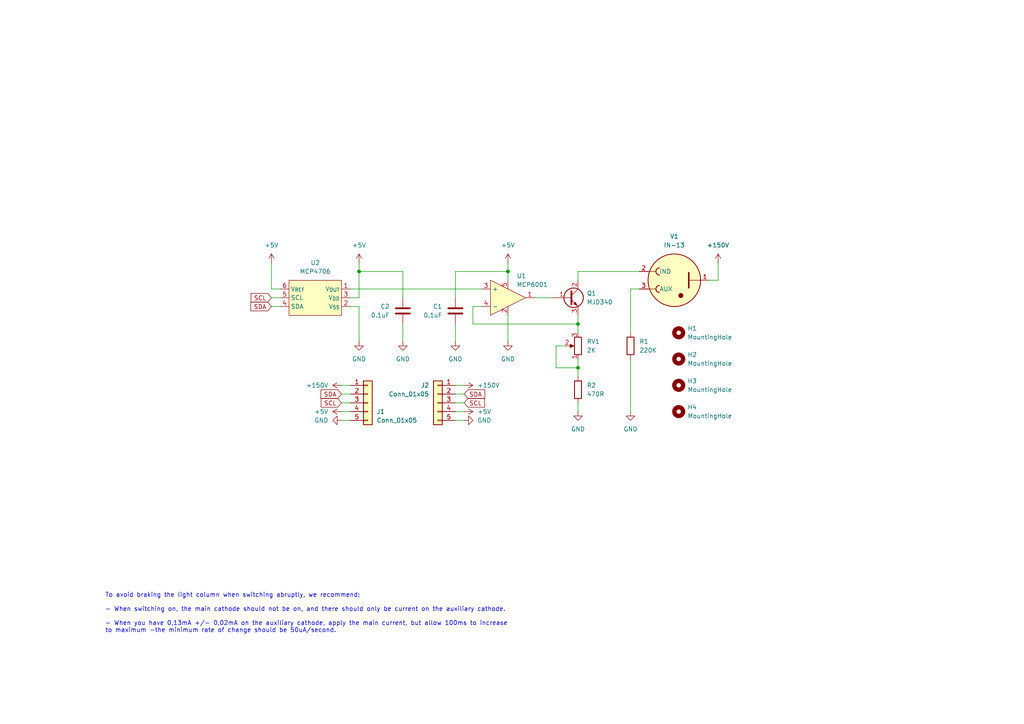
<source format=kicad_sch>
(kicad_sch (version 20231120) (generator "eeschema") (generator_version "8.0")
  (paper "A4")
  (title_block (title "Bargraph Driver") (date "2024-08-12") (rev "1.0.0") (comment 3 "By Zachary Laurin") (comment 4 "For IN-13 and IN-9 Neon Tubes"))
  (lib_symbols
    (symbol "Bargraph:+150V" (power) (in_bom no) (on_board no)
      (property "Value" "+150V" (at 0 3.556 0))
      (symbol "+150V_0_1"
        (polyline (pts (xy -0.762 1.27) (xy 0 2.54)))
        (polyline (pts (xy 0 2.54) (xy 0 0)))
        (polyline (pts (xy 0 2.54) (xy 0.762 1.27)))
      )
      (symbol "+150V_1_1"
        (pin power_in line (at 0 0 90) (length 0) (name "~") (number "1"))
      )
    )
    (symbol "Bargraph:IN-13" (pin_names hide)
      (property "Reference" "V" (at 0 12.7 0))
      (property "Value" "IN-13" (at 0 10.16 0))
      (symbol "IN-13_1_1"
        (arc (start -4.318 -1.524) (mid -5.334 -2.54) (end -4.318 -3.556) (stroke (width 0.254)))
        (arc (start -4.318 3.556) (mid -5.334 2.54) (end -4.318 1.524) (stroke (width 0.254)))
        (polyline (pts (xy -7.62 -2.54) (xy -7.62 -2.54)))
        (polyline (pts (xy -7.62 2.54) (xy -7.62 2.54)))
        (polyline (pts (xy -7.62 2.54) (xy -7.62 2.54)))
        (polyline (pts (xy -5.334 -2.54) (xy -7.62 -2.54)))
        (polyline (pts (xy -5.334 2.54) (xy -7.62 2.54)))
        (polyline (pts (xy -3.175 2.54) (xy -3.175 2.54)))
        (polyline (pts (xy 4.318 0) (xy 7.62 0)))
        (circle (center 0 0) (radius 7.62) (stroke (width 0.254)) (fill (type background)))
        (circle (center 1.905 -4.445) (radius 0.635) (fill (type outline)))
        (rectangle (start 4.318 2.286) (end 4.064 -2.286) (fill (type outline)))
        (text "AUX" (at -4.318 -2.54 0) (effects (font (size 1.27 1.27)) (justify left)))
        (text "IND" (at -4.318 2.54 0) (effects (font (size 1.27 1.27)) (justify left)))
        (pin bidirectional line (at 10.16 0 180) (length 2.54) (name "A") (number "1"))
        (pin bidirectional line (at -10.16 2.54 0) (length 2.54) (name "IND_Cathode") (number "2"))
        (pin bidirectional line (at -10.16 -2.54 0) (length 2.54) (name "AUX_Cathode") (number "3"))
      )
    )
    (symbol "Bargraph:MCP4706"
      (property "Reference" "U" (at 0 10.16 0))
      (property "Value" "MCP4706" (at 0 7.62 0))
      (symbol "MCP4706_1_1"
        (rectangle (start -7.62 5.08) (end 7.62 -5.08) (fill (type background)))
        (pin bidirectional line (at 10.16 2.54 180) (length 2.54) (name "V_{OUT}") (number "1"))
        (pin power_in line (at 10.16 -2.54 180) (length 2.54) (name "V_{SS}") (number "2"))
        (pin power_in line (at 10.16 0 180) (length 2.54) (name "V_{DD}") (number "3"))
        (pin bidirectional line (at -10.16 -2.54 0) (length 2.54) (name "SDA") (number "4"))
        (pin bidirectional line (at -10.16 0 0) (length 2.54) (name "SCL") (number "5"))
        (pin bidirectional line (at -10.16 2.54 0) (length 2.54) (name "V_{REF}") (number "6"))
      )
    )
    (symbol "Bargraph:MCP6001"
      (property "Reference" "U" (at 2.54 6.35 0))
      (property "Value" "MCP6001" (at 2.54 3.81 0))
      (symbol "MCP6001_1_1"
        (polyline (pts (xy 5.08 0) (xy -5.08 5.08) (xy -5.08 -5.08) (xy 5.08 0)) (fill (type background)))
        (pin bidirectional line (at 7.62 0 180) (length 2.54) (name "OUT") (number "1"))
        (pin power_in line (at 0 -5.08 90) (length 2.54) (name "GND") (number "2"))
        (pin bidirectional line (at -7.62 2.54 0) (length 2.54) (name "+") (number "3"))
        (pin bidirectional line (at -7.62 -2.54 0) (length 2.54) (name "-") (number "4"))
        (pin power_in line (at 0 5.08 270) (length 2.54) (name "V_{DD}") (number "5"))
      )
    )
    (symbol "Connector_Generic:Conn_01x05" (pin_names (offset 1.016) hide)
      (property "Reference" "J" (at 0 7.62 0))
      (property "Value" "Conn_01x05" (at 0 -7.62 0))
      (symbol "Conn_01x05_1_1"
        (rectangle (start -1.27 -4.953) (end 0 -5.207) (stroke (width 0.1524)))
        (rectangle (start -1.27 -2.413) (end 0 -2.667) (stroke (width 0.1524)))
        (rectangle (start -1.27 0.127) (end 0 -0.127) (stroke (width 0.1524)))
        (rectangle (start -1.27 2.667) (end 0 2.413) (stroke (width 0.1524)))
        (rectangle (start -1.27 5.207) (end 0 4.953) (stroke (width 0.1524)))
        (rectangle (start -1.27 6.35) (end 1.27 -6.35) (stroke (width 0.254)) (fill (type background)))
        (pin passive line (at -5.08 5.08 0) (length 3.81) (name "Pin_1") (number "1"))
        (pin passive line (at -5.08 2.54 0) (length 3.81) (name "Pin_2") (number "2"))
        (pin passive line (at -5.08 0 0) (length 3.81) (name "Pin_3") (number "3"))
        (pin passive line (at -5.08 -2.54 0) (length 3.81) (name "Pin_4") (number "4"))
        (pin passive line (at -5.08 -5.08 0) (length 3.81) (name "Pin_5") (number "5"))
      )
    )
    (symbol "Device:C" (pin_numbers hide) (pin_names (offset 0.254))
      (property "Reference" "C" (at 0.635 2.54 0))
      (property "Value" "C" (at 0.635 -2.54 0))
      (symbol "C_0_1"
        (polyline (pts (xy -2.032 -0.762) (xy 2.032 -0.762)) (stroke (width 0.508)))
        (polyline (pts (xy -2.032 0.762) (xy 2.032 0.762)) (stroke (width 0.508)))
      )
      (symbol "C_1_1"
        (pin passive line (at 0 3.81 270) (length 2.794) (name "~") (number "1"))
        (pin passive line (at 0 -3.81 90) (length 2.794) (name "~") (number "2"))
      )
    )
    (symbol "Device:Q_NPN_BCE" (pin_names (offset 0) hide)
      (property "Reference" "Q" (at 5.08 1.27 0))
      (property "Value" "Q_NPN_BCE" (at 5.08 -1.27 0))
      (symbol "Q_NPN_BCE_0_1"
        (polyline (pts (xy 0.635 0.635) (xy 2.54 2.54)))
        (polyline (pts (xy 0.635 -0.635) (xy 2.54 -2.54) (xy 2.54 -2.54)))
        (polyline (pts (xy 0.635 1.905) (xy 0.635 -1.905) (xy 0.635 -1.905)) (stroke (width 0.508)))
        (polyline (pts (xy 1.27 -1.778) (xy 1.778 -1.27) (xy 2.286 -2.286) (xy 1.27 -1.778) (xy 1.27 -1.778)) (fill (type outline)))
        (circle (center 1.27 0) (radius 2.8194) (stroke (width 0.254)))
      )
      (symbol "Q_NPN_BCE_1_1"
        (pin input line (at -5.08 0 0) (length 5.715) (name "B") (number "1"))
        (pin passive line (at 2.54 5.08 270) (length 2.54) (name "C") (number "2"))
        (pin passive line (at 2.54 -5.08 90) (length 2.54) (name "E") (number "3"))
      )
    )
    (symbol "Device:R" (pin_numbers hide) (pin_names (offset 0))
      (property "Reference" "R" (at 2.032 0 90))
      (property "Value" "R" (at 0 0 90))
      (symbol "R_0_1"
        (rectangle (start -1.016 -2.54) (end 1.016 2.54) (stroke (width 0.254)))
      )
      (symbol "R_1_1"
        (pin passive line (at 0 3.81 270) (length 1.27) (name "~") (number "1"))
        (pin passive line (at 0 -3.81 90) (length 1.27) (name "~") (number "2"))
      )
    )
    (symbol "Device:R_Potentiometer" (pin_names (offset 1.016) hide)
      (property "Reference" "RV" (at -4.445 0 90))
      (property "Value" "R_Potentiometer" (at -2.54 0 90))
      (symbol "R_Potentiometer_0_1"
        (polyline (pts (xy 2.54 0) (xy 1.524 0)))
        (polyline (pts (xy 1.143 0) (xy 2.286 0.508) (xy 2.286 -0.508) (xy 1.143 0)) (fill (type outline)))
        (rectangle (start 1.016 2.54) (end -1.016 -2.54) (stroke (width 0.254)))
      )
      (symbol "R_Potentiometer_1_1"
        (pin passive line (at 0 3.81 270) (length 1.27) (name "1") (number "1"))
        (pin passive line (at 3.81 0 180) (length 1.27) (name "2") (number "2"))
        (pin passive line (at 0 -3.81 90) (length 1.27) (name "3") (number "3"))
      )
    )
    (symbol "Mechanical:MountingHole" (pin_names (offset 1.016)) (exclude_from_sim yes) (in_bom no)
      (property "Reference" "H" (at 0 5.08 0))
      (property "Value" "MountingHole" (at 0 3.175 0))
      (symbol "MountingHole_0_1"
        (circle (center 0 0) (radius 1.27) (stroke (width 1.27)))
      )
    )
    (symbol "power:+5V" (power) (pin_numbers hide) (pin_names (offset 0) hide)
      (property "Value" "+5V" (at 0 3.556 0))
      (symbol "+5V_0_1"
        (polyline (pts (xy -0.762 1.27) (xy 0 2.54)))
        (polyline (pts (xy 0 0) (xy 0 2.54)))
        (polyline (pts (xy 0 2.54) (xy 0.762 1.27)))
      )
      (symbol "+5V_1_1"
        (pin power_in line (at 0 0 90) (length 0) (name "~") (number "1"))
      )
    )
    (symbol "power:GND" (power) (pin_numbers hide) (pin_names (offset 0) hide)
      (property "Value" "GND" (at 0 -3.81 0))
      (symbol "GND_0_1"
        (polyline (pts (xy 0 0) (xy 0 -1.27) (xy 1.27 -1.27) (xy 0 -2.54) (xy -1.27 -1.27) (xy 0 -1.27)))
      )
      (symbol "GND_1_1"
        (pin power_in line (at 0 0 270) (length 0) (name "~") (number "1"))
      )
    )
  )
  (junction (at 167.64 106.68))
  (junction (at 167.64 93.98))
  (junction (at 147.32 78.74))
  (junction (at 104.14 78.74))
  (wire (pts (xy 167.64 93.98) (xy 167.64 96.52)))
  (wire (pts (xy 78.74 83.82) (xy 78.74 76.2)))
  (wire (pts (xy 161.29 100.33) (xy 161.29 106.68)))
  (wire (pts (xy 161.29 106.68) (xy 167.64 106.68)))
  (wire (pts (xy 132.08 121.92) (xy 134.62 121.92)))
  (wire (pts (xy 137.16 93.98) (xy 167.64 93.98)))
  (wire (pts (xy 104.14 78.74) (xy 116.84 78.74)))
  (wire (pts (xy 167.64 104.14) (xy 167.64 106.68)))
  (wire (pts (xy 132.08 114.3) (xy 134.62 114.3)))
  (wire (pts (xy 132.08 78.74) (xy 132.08 86.36)))
  (wire (pts (xy 101.6 83.82) (xy 139.7 83.82)))
  (wire (pts (xy 104.14 76.2) (xy 104.14 78.74)))
  (wire (pts (xy 167.64 91.44) (xy 167.64 93.98)))
  (wire (pts (xy 205.74 81.28) (xy 208.28 81.28)))
  (wire (pts (xy 147.32 91.44) (xy 147.32 99.06)))
  (wire (pts (xy 132.08 93.98) (xy 132.08 99.06)))
  (wire (pts (xy 132.08 111.76) (xy 134.62 111.76)))
  (wire (pts (xy 185.42 83.82) (xy 182.88 83.82)))
  (wire (pts (xy 182.88 83.82) (xy 182.88 96.52)))
  (wire (pts (xy 99.06 111.76) (xy 101.6 111.76)))
  (wire (pts (xy 81.28 83.82) (xy 78.74 83.82)))
  (wire (pts (xy 99.06 114.3) (xy 101.6 114.3)))
  (wire (pts (xy 132.08 78.74) (xy 147.32 78.74)))
  (wire (pts (xy 78.74 86.36) (xy 81.28 86.36)))
  (wire (pts (xy 182.88 104.14) (xy 182.88 119.38)))
  (wire (pts (xy 132.08 119.38) (xy 134.62 119.38)))
  (wire (pts (xy 132.08 116.84) (xy 134.62 116.84)))
  (wire (pts (xy 167.64 78.74) (xy 185.42 78.74)))
  (wire (pts (xy 208.28 76.2) (xy 208.28 81.28)))
  (wire (pts (xy 167.64 106.68) (xy 167.64 109.22)))
  (wire (pts (xy 167.64 116.84) (xy 167.64 119.38)))
  (wire (pts (xy 116.84 93.98) (xy 116.84 99.06)))
  (wire (pts (xy 116.84 78.74) (xy 116.84 86.36)))
  (wire (pts (xy 137.16 88.9) (xy 139.7 88.9)))
  (wire (pts (xy 78.74 88.9) (xy 81.28 88.9)))
  (wire (pts (xy 104.14 88.9) (xy 104.14 99.06)))
  (wire (pts (xy 167.64 78.74) (xy 167.64 81.28)))
  (wire (pts (xy 154.94 86.36) (xy 160.02 86.36)))
  (wire (pts (xy 101.6 86.36) (xy 104.14 86.36)))
  (wire (pts (xy 163.83 100.33) (xy 161.29 100.33)))
  (wire (pts (xy 147.32 78.74) (xy 147.32 81.28)))
  (wire (pts (xy 99.06 119.38) (xy 101.6 119.38)))
  (wire (pts (xy 137.16 88.9) (xy 137.16 93.98)))
  (wire (pts (xy 147.32 76.2) (xy 147.32 78.74)))
  (wire (pts (xy 104.14 78.74) (xy 104.14 86.36)))
  (wire (pts (xy 99.06 121.92) (xy 101.6 121.92)))
  (wire (pts (xy 101.6 88.9) (xy 104.14 88.9)))
  (wire (pts (xy 99.06 116.84) (xy 101.6 116.84)))
  (text "To avoid braking the light column when switching abruptly, we recommend:\n\n- When switching on, the main cathode should not be on, and there should only be current on the auxiliary cathode.\n\n- When you have 0,13mA +/- 0,02mA on the auxiliary cathode, apply the main current, but allow 100ms to increase\nto maximum -the minimum rate of change should be 50uA/second." (at 30.48 177.8 0) (effects (font (size 1.27 1.27)) (justify left)))
  (global_label "SCL" (shape input) (at 99.06 116.84 180) (property "Intersheetrefs" "${INTERSHEET_REFS}" (effects (hide yes))))
  (global_label "SCL" (shape input) (at 78.74 86.36 180) (property "Intersheetrefs" "${INTERSHEET_REFS}" (effects (hide yes))))
  (global_label "SCL" (shape input) (at 134.62 116.84 0) (property "Intersheetrefs" "${INTERSHEET_REFS}" (effects (hide yes))))
  (global_label "SDA" (shape input) (at 78.74 88.9 180) (property "Intersheetrefs" "${INTERSHEET_REFS}" (effects (hide yes))))
  (global_label "SDA" (shape input) (at 99.06 114.3 180) (property "Intersheetrefs" "${INTERSHEET_REFS}" (effects (hide yes))))
  (global_label "SDA" (shape input) (at 134.62 114.3 0) (property "Intersheetrefs" "${INTERSHEET_REFS}" (effects (hide yes))))
  (symbol (lib_id "power:GND") (at 132.08 99.06 0) (unit 1)
    (property "Reference" "#PWR04" (effects (hide yes)))
    (property "Value" "GND" (at 132.08 104.14 0))
    (property "Description" "Power symbol creates a global label with name \"GND\" , ground" (effects (hide yes)))
  )
  (symbol (lib_id "power:+5V") (at 78.74 76.2 0) (unit 1)
    (property "Reference" "#PWR015" (effects (hide yes)))
    (property "Value" "+5V" (at 78.74 71.12 0))
    (property "Description" "Power symbol creates a global label with name \"+5V\"" (effects (hide yes)))
  )
  (symbol (lib_id "power:GND") (at 116.84 99.06 0) (unit 1)
    (property "Reference" "#PWR016" (effects (hide yes)))
    (property "Value" "GND" (at 116.84 104.14 0))
    (property "Description" "Power symbol creates a global label with name \"GND\" , ground" (effects (hide yes)))
  )
  (symbol (lib_id "Connector_Generic:Conn_01x05") (at 127 116.84 0) (mirror y) (unit 1)
    (property "Reference" "J2" (at 124.46 111.76 0) (effects (justify left)))
    (property "Value" "Conn_01x05" (at 124.46 114.3 0) (effects (justify left)))
    (property "Footprint" "Bargraph:Connector" (effects (hide yes)))
    (property "Description" "Generic connector, single row, 01x05, script generated (kicad-library-utils/schlib/autogen/connector/)" (effects (hide yes)))
  )
  (symbol (lib_id "power:+5V") (at 134.62 119.38 270) (mirror x) (unit 1)
    (property "Reference" "#PWR011" (effects (hide yes)))
    (property "Value" "+5V" (at 138.43 119.3801 90) (effects (justify left)))
    (property "Description" "Power symbol creates a global label with name \"+5V\"" (effects (hide yes)))
  )
  (symbol (lib_id "Device:R") (at 167.64 113.03 0) (unit 1)
    (property "Reference" "R2" (at 170.18 111.7599 0) (effects (justify left)))
    (property "Value" "470R" (at 170.18 114.2999 0) (effects (justify left)))
    (property "Footprint" "Resistor_SMD:R_1206_3216Metric" (effects (hide yes)))
    (property "Description" "Resistor" (effects (hide yes)))
  )
  (symbol (lib_id "power:+5V") (at 104.14 76.2 0) (unit 1)
    (property "Reference" "#PWR013" (effects (hide yes)))
    (property "Value" "+5V" (at 104.14 71.12 0))
    (property "Description" "Power symbol creates a global label with name \"+5V\"" (effects (hide yes)))
  )
  (symbol (lib_id "power:+5V") (at 147.32 76.2 0) (unit 1)
    (property "Reference" "#PWR02" (effects (hide yes)))
    (property "Value" "+5V" (at 147.32 71.12 0))
    (property "Description" "Power symbol creates a global label with name \"+5V\"" (effects (hide yes)))
  )
  (symbol (lib_id "Device:Q_NPN_BCE") (at 165.1 86.36 0) (unit 1)
    (property "Reference" "Q1" (at 170.18 85.0899 0) (effects (justify left)))
    (property "Value" "MJD340" (at 170.18 87.6299 0) (effects (justify left)))
    (property "Footprint" "Package_TO_SOT_SMD:TO-252-2" (effects (hide yes)))
    (property "Description" "NPN transistor, base/collector/emitter" (effects (hide yes)))
  )
  (symbol (lib_id "Connector_Generic:Conn_01x05") (at 106.68 116.84 0) (unit 1)
    (property "Reference" "J1" (at 109.22 119.38 0) (effects (justify left)))
    (property "Value" "Conn_01x05" (at 109.22 121.92 0) (effects (justify left)))
    (property "Footprint" "Bargraph:Connector" (effects (hide yes)))
    (property "Description" "Generic connector, single row, 01x05, script generated (kicad-library-utils/schlib/autogen/connector/)" (effects (hide yes)))
  )
  (symbol (lib_id "Device:R") (at 182.88 100.33 0) (unit 1)
    (property "Reference" "R1" (at 185.42 99.0599 0) (effects (justify left)))
    (property "Value" "220K" (at 185.42 101.5999 0) (effects (justify left)))
    (property "Footprint" "Resistor_SMD:R_1206_3216Metric" (effects (hide yes)))
    (property "Description" "Resistor" (effects (hide yes)))
  )
  (symbol (lib_id "Bargraph:+150V") (at 134.62 111.76 270) (unit 1) (in_bom no) (on_board no)
    (property "Reference" "#PWR07" (effects (hide yes)))
    (property "Value" "+150V" (at 138.43 111.7599 90) (effects (justify left)))
    (property "Description" "Power symbol creates a global label with name \"+150V\"" (effects (hide yes)))
  )
  (symbol (lib_id "Mechanical:MountingHole") (at 196.85 104.14 0) (unit 1) (exclude_from_sim yes) (in_bom no)
    (property "Reference" "H2" (at 199.39 102.8699 0) (effects (justify left)))
    (property "Value" "MountingHole" (at 199.39 105.4099 0) (effects (justify left)))
    (property "Footprint" "Bargraph:MountingHoleM2" (effects (hide yes)))
    (property "Description" "Mounting Hole without connection" (effects (hide yes)))
  )
  (symbol (lib_id "power:GND") (at 134.62 121.92 90) (mirror x) (unit 1)
    (property "Reference" "#PWR012" (effects (hide yes)))
    (property "Value" "GND" (at 138.43 121.9199 90) (effects (justify right)))
    (property "Description" "Power symbol creates a global label with name \"GND\" , ground" (effects (hide yes)))
  )
  (symbol (lib_id "Device:C") (at 116.84 90.17 0) (unit 1)
    (property "Reference" "C2" (at 113.03 88.9 0) (effects (justify right)))
    (property "Value" "0.1uF" (at 113.03 91.44 0) (effects (justify right)))
    (property "Footprint" "Capacitor_SMD:C_0603_1608Metric" (effects (hide yes)))
    (property "Description" "Unpolarized capacitor" (effects (hide yes)))
  )
  (symbol (lib_id "power:GND") (at 104.14 99.06 0) (unit 1)
    (property "Reference" "#PWR014" (effects (hide yes)))
    (property "Value" "GND" (at 104.14 104.14 0))
    (property "Description" "Power symbol creates a global label with name \"GND\" , ground" (effects (hide yes)))
  )
  (symbol (lib_id "power:GND") (at 147.32 99.06 0) (unit 1)
    (property "Reference" "#PWR010" (effects (hide yes)))
    (property "Value" "GND" (at 147.32 104.14 0))
    (property "Description" "Power symbol creates a global label with name \"GND\" , ground" (effects (hide yes)))
  )
  (symbol (lib_id "power:+5V") (at 99.06 119.38 90) (unit 1)
    (property "Reference" "#PWR08" (effects (hide yes)))
    (property "Value" "+5V" (at 95.25 119.3799 90) (effects (justify left)))
    (property "Description" "Power symbol creates a global label with name \"+5V\"" (effects (hide yes)))
  )
  (symbol (lib_id "power:GND") (at 99.06 121.92 270) (unit 1)
    (property "Reference" "#PWR06" (effects (hide yes)))
    (property "Value" "GND" (at 95.25 121.9199 90) (effects (justify right)))
    (property "Description" "Power symbol creates a global label with name \"GND\" , ground" (effects (hide yes)))
  )
  (symbol (lib_id "Mechanical:MountingHole") (at 196.85 111.76 0) (unit 1) (exclude_from_sim yes) (in_bom no)
    (property "Reference" "H3" (at 199.39 110.4899 0) (effects (justify left)))
    (property "Value" "MountingHole" (at 199.39 113.0299 0) (effects (justify left)))
    (property "Footprint" "Bargraph:MountingHoleM2" (effects (hide yes)))
    (property "Description" "Mounting Hole without connection" (effects (hide yes)))
  )
  (symbol (lib_id "Bargraph:+150V") (at 208.28 76.2 0) (unit 1) (in_bom no) (on_board no)
    (property "Reference" "#PWR01" (effects (hide yes)))
    (property "Value" "+150V" (at 208.28 71.12 0))
    (property "Description" "Power symbol creates a global label with name \"+150V\"" (effects (hide yes)))
  )
  (symbol (lib_id "Bargraph:+150V") (at 99.06 111.76 90) (unit 1) (in_bom no) (on_board no)
    (property "Reference" "#PWR05" (effects (hide yes)))
    (property "Value" "+150V" (at 95.25 111.7599 90) (effects (justify left)))
    (property "Description" "Power symbol creates a global label with name \"+150V\"" (effects (hide yes)))
  )
  (symbol (lib_id "power:GND") (at 182.88 119.38 0) (unit 1)
    (property "Reference" "#PWR03" (effects (hide yes)))
    (property "Value" "GND" (at 182.88 124.46 0))
    (property "Description" "Power symbol creates a global label with name \"GND\" , ground" (effects (hide yes)))
  )
  (symbol (lib_id "Bargraph:MCP6001") (at 147.32 86.36 0) (unit 1)
    (property "Reference" "U1" (at 149.86 80.01 0) (effects (justify left)))
    (property "Value" "MCP6001" (at 149.86 82.55 0) (effects (justify left)))
    (property "Footprint" "Package_TO_SOT_SMD:SOT-23-5" (effects (hide yes)))
  )
  (symbol (lib_id "Mechanical:MountingHole") (at 196.85 119.38 0) (unit 1) (exclude_from_sim yes) (in_bom no)
    (property "Reference" "H4" (at 199.39 118.1099 0) (effects (justify left)))
    (property "Value" "MountingHole" (at 199.39 120.6499 0) (effects (justify left)))
    (property "Footprint" "Bargraph:MountingHoleM2" (effects (hide yes)))
    (property "Description" "Mounting Hole without connection" (effects (hide yes)))
  )
  (symbol (lib_id "Bargraph:IN-13") (at 195.58 81.28 0) (unit 1)
    (property "Reference" "V1" (at 195.58 68.58 0))
    (property "Value" "IN-13" (at 195.58 71.12 0))
    (property "Footprint" "Bargraph:IN-13" (effects (hide yes)))
  )
  (symbol (lib_id "Device:C") (at 132.08 90.17 0) (unit 1)
    (property "Reference" "C1" (at 128.27 88.9 0) (effects (justify right)))
    (property "Value" "0.1uF" (at 128.27 91.44 0) (effects (justify right)))
    (property "Footprint" "Capacitor_SMD:C_0603_1608Metric" (effects (hide yes)))
    (property "Description" "Unpolarized capacitor" (effects (hide yes)))
  )
  (symbol (lib_id "power:GND") (at 167.64 119.38 0) (unit 1)
    (property "Reference" "#PWR09" (effects (hide yes)))
    (property "Value" "GND" (at 167.64 124.46 0))
    (property "Description" "Power symbol creates a global label with name \"GND\" , ground" (effects (hide yes)))
  )
  (symbol (lib_id "Bargraph:MCP4706") (at 91.44 86.36 0) (unit 1)
    (property "Reference" "U2" (at 91.44 76.2 0))
    (property "Value" "MCP4706" (at 91.44 78.74 0))
    (property "Footprint" "Package_TO_SOT_SMD:SOT-23-6" (effects (hide yes)))
  )
  (symbol (lib_id "Device:R_Potentiometer") (at 167.64 100.33 180) (unit 1)
    (property "Reference" "RV1" (at 170.18 99.0599 0) (effects (justify right)))
    (property "Value" "2K" (at 170.18 101.5999 0) (effects (justify right)))
    (property "Footprint" "Bargraph:ST-4EB" (effects (hide yes)))
    (property "Description" "Potentiometer" (effects (hide yes)))
  )
  (symbol (lib_id "Mechanical:MountingHole") (at 196.85 96.52 0) (unit 1) (exclude_from_sim yes) (in_bom no)
    (property "Reference" "H1" (at 199.39 95.2499 0) (effects (justify left)))
    (property "Value" "MountingHole" (at 199.39 97.7899 0) (effects (justify left)))
    (property "Footprint" "Bargraph:MountingHoleM2" (effects (hide yes)))
    (property "Description" "Mounting Hole without connection" (effects (hide yes)))
  )
)
</source>
